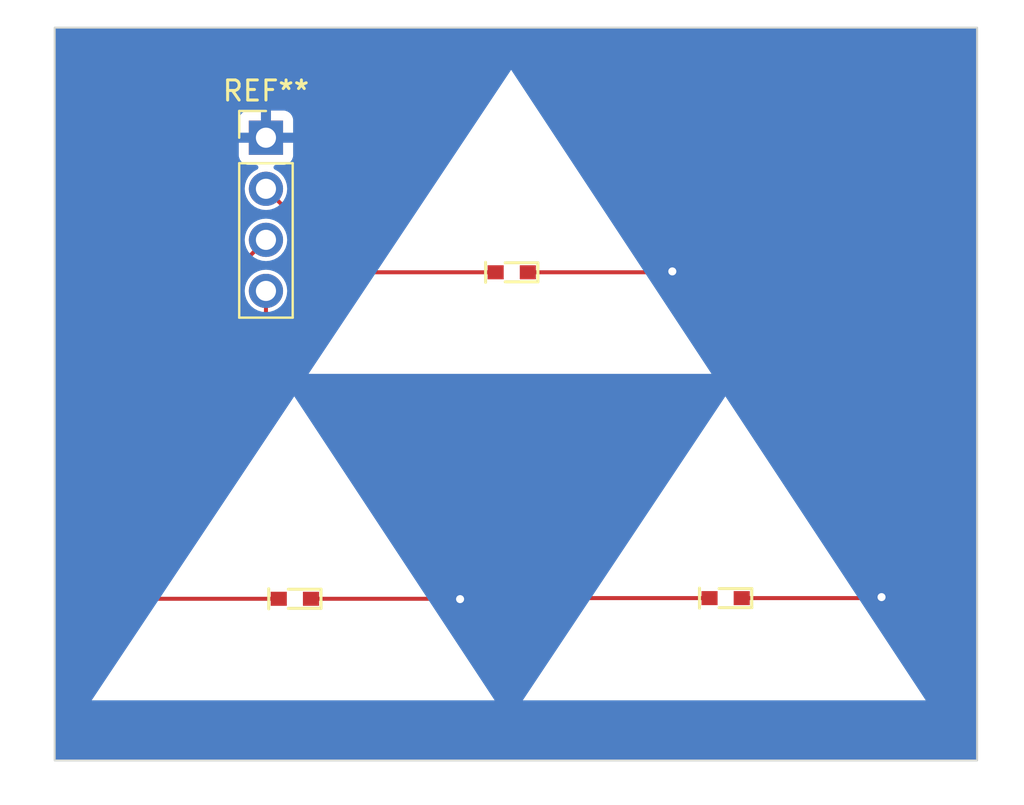
<source format=kicad_pcb>
(kicad_pcb (version 20221018) (generator pcbnew)
  (layers (0 "F.Cu" signal) (31 "B.Cu" signal) (34 "B.Paste" user) (35 "F.Paste" user) (36 "B.SilkS" user "B.Silkscreen") (37 "F.SilkS" user "F.Silkscreen") (38 "B.Mask" user) (39 "F.Mask" user) (44 "Edge.Cuts" user))
  (net 0 "")
  (net 1 "GND")
  (footprint "LED_SMD:TJ-S1706CL6T5ALC9Y-A5" (layer "F.Cu") (at 315.427647 229.118687)
    (fp_text reference "D1" hide)
    (fp_text value "LED" hide)
    (fp_line (start -0.5 -0.5) (end -0.5 0.5) (stroke (width 0.15)) (layer "F.SilkS"))
    (fp_line (start 0.475 0.475) (end 2.1 0.475) (stroke (width 0.15)) (layer "F.SilkS"))
    (fp_line (start 2.1 -0.475) (end 0.475 -0.475) (stroke (width 0.15)) (layer "F.SilkS"))
    (fp_line (start 2.1 0.475) (end 2.1 -0.475) (stroke (width 0.15)) (layer "F.SilkS"))
    (pad "1" smd rect (at 0 0) (size 0.8 0.7) (layers "F.Cu" "F.Paste" "F.Mask"))
    (pad "2" smd rect (at 1.6 0) (size 0.8 0.7) (layers "F.Cu" "F.Paste" "F.Mask") (net 1 "GND"))
  )
  (footprint "Connector_PinHeader_2.54mm:PinHeader_1x04_P2.54mm_Vertical" (layer "F.Cu") (at 314.79 206.185)
    (fp_text reference "REF**" (at 0 -2.33) (layer "F.SilkS"))
    (fp_text value "PinHeader_1x04_P2.54mm_Vertical")
    (fp_line (start -1.33 -1.33) (end 0 -1.33) (stroke (width 0.12)) (layer "F.SilkS"))
    (fp_line (start -1.33 0) (end -1.33 -1.33) (stroke (width 0.12)) (layer "F.SilkS"))
    (fp_line (start -1.33 1.27) (end -1.33 8.95) (stroke (width 0.12)) (layer "F.SilkS"))
    (fp_line (start -1.33 1.27) (end 1.33 1.27) (stroke (width 0.12)) (layer "F.SilkS"))
    (fp_line (start -1.33 8.95) (end 1.33 8.95) (stroke (width 0.12)) (layer "F.SilkS"))
    (fp_line (start 1.33 1.27) (end 1.33 8.95) (stroke (width 0.12)) (layer "F.SilkS"))
    (pad "1" thru_hole rect (at 0 0) (size 1.7 1.7) (drill 1) (layers "*.Cu" "*.Mask") (net 1 "GND"))
    (pad "2" thru_hole oval (at 0 2.54) (size 1.7 1.7) (drill 1) (layers "*.Cu" "*.Mask"))
    (pad "3" thru_hole oval (at 0 5.08) (size 1.7 1.7) (drill 1) (layers "*.Cu" "*.Mask"))
    (pad "4" thru_hole oval (at 0 7.62) (size 1.7 1.7) (drill 1) (layers "*.Cu" "*.Mask"))
  )
  (footprint "LED_SMD:TJ-S1706CL6T5ALC9Y-A5" (layer "F.Cu") (at 326.207647 212.878687)
    (fp_text reference "D1" hide)
    (fp_text value "LED" hide)
    (fp_line (start -0.5 -0.5) (end -0.5 0.5) (stroke (width 0.15)) (layer "F.SilkS"))
    (fp_line (start 0.475 0.475) (end 2.1 0.475) (stroke (width 0.15)) (layer "F.SilkS"))
    (fp_line (start 2.1 -0.475) (end 0.475 -0.475) (stroke (width 0.15)) (layer "F.SilkS"))
    (fp_line (start 2.1 0.475) (end 2.1 -0.475) (stroke (width 0.15)) (layer "F.SilkS"))
    (pad "1" smd rect (at 0 0) (size 0.8 0.7) (layers "F.Cu" "F.Paste" "F.Mask"))
    (pad "2" smd rect (at 1.6 0) (size 0.8 0.7) (layers "F.Cu" "F.Paste" "F.Mask") (net 1 "GND"))
  )
  (footprint "LED_SMD:TJ-S1706CL6T5ALC9Y-A5" (layer "F.Cu") (at 336.84 229.085)
    (fp_text reference "D1" hide)
    (fp_text value "LED" hide)
    (fp_line (start -0.5 -0.5) (end -0.5 0.5) (stroke (width 0.15)) (layer "F.SilkS"))
    (fp_line (start 0.475 0.475) (end 2.1 0.475) (stroke (width 0.15)) (layer "F.SilkS"))
    (fp_line (start 2.1 -0.475) (end 0.475 -0.475) (stroke (width 0.15)) (layer "F.SilkS"))
    (fp_line (start 2.1 0.475) (end 2.1 -0.475) (stroke (width 0.15)) (layer "F.SilkS"))
    (pad "1" smd rect (at 0 0) (size 0.8 0.7) (layers "F.Cu" "F.Paste" "F.Mask"))
    (pad "2" smd rect (at 1.6 0) (size 0.8 0.7) (layers "F.Cu" "F.Paste" "F.Mask") (net 1 "GND"))
  )
  (gr_rect (start 304.29 200.71) (end 350.14 237.16) (stroke (width 0.1)) (fill none) (layer "Edge.Cuts"))
  (segment (start 320.033687 212.878687) (end 318.74 211.585) (width 0.2) (layer "F.Cu") (net 0))
  (segment (start 336.84 229.085) (end 327.09 229.085) (width 0.2) (layer "F.Cu") (net 0))
  (segment (start 318.74 211.585) (end 317.65 211.585) (width 0.2) (layer "F.Cu") (net 0))
  (segment (start 308.24 228.185) (end 308.24 217.815) (width 0.2) (layer "F.Cu") (net 0))
  (segment (start 308.24 217.815) (end 314.79 211.265) (width 0.2) (layer "F.Cu") (net 0))
  (segment (start 326.207647 212.878687) (end 320.033687 212.878687) (width 0.2) (layer "F.Cu") (net 0))
  (segment (start 327.09 229.085) (end 314.79 216.785) (width 0.2) (layer "F.Cu") (net 0))
  (segment (start 315.427647 229.118687) (end 309.173687 229.118687) (width 0.2) (layer "F.Cu") (net 0))
  (segment (start 309.173687 229.118687) (end 308.24 228.185) (width 0.2) (layer "F.Cu") (net 0))
  (segment (start 317.65 211.585) (end 314.79 208.725) (width 0.2) (layer "F.Cu") (net 0))
  (segment (start 314.79 216.785) (end 314.79 213.805) (width 0.2) (layer "F.Cu") (net 0))
  (segment (start 345.34 229.085) (end 345.39 229.035) (width 0.2) (layer "F.Cu") (net 1))
  (segment (start 327.807647 212.878687) (end 334.946313 212.878687) (width 0.2) (layer "F.Cu") (net 1))
  (segment (start 334.946313 212.878687) (end 334.99 212.835) (width 0.2) (layer "F.Cu") (net 1))
  (segment (start 317.027647 229.118687) (end 324.423687 229.118687) (width 0.2) (layer "F.Cu") (net 1))
  (segment (start 338.44 229.085) (end 345.34 229.085) (width 0.2) (layer "F.Cu") (net 1))
  (segment (start 324.423687 229.118687) (end 324.44 229.135) (width 0.2) (layer "F.Cu") (net 1))
  (via (at 324.44 229.135) (size 0.8) (drill 0.4) (layers "F.Cu" "B.Cu") (net 1))
  (via (at 345.39 229.035) (size 0.8) (drill 0.4) (layers "F.Cu" "B.Cu") (net 1))
  (via (at 334.99 212.835) (size 0.8) (drill 0.4) (layers "F.Cu" "B.Cu") (net 1))
  (zone (net 0) (net_name "") (layer "B.Cu") (connect_pads (clearance 0)) (min_thickness 0.25)
    (keepout (tracks allowed) (vias allowed) (pads allowed) (copperpour not_allowed) (footprints allowed))
    (fill (thermal_gap 0.5) (thermal_bridge_width 0.5))
    (polygon (pts (xy 326.977647 202.808687) (xy 316.907647 217.928687) (xy 336.937647 217.928687)))
  )
  (zone (net 0) (net_name "") (layer "B.Cu") (connect_pads (clearance 0)) (min_thickness 0.25)
    (keepout (tracks allowed) (vias allowed) (pads allowed) (copperpour not_allowed) (footprints allowed))
    (fill (thermal_gap 0.5) (thermal_bridge_width 0.5))
    (polygon (pts (xy 316.197647 219.048687) (xy 306.127647 234.168687) (xy 326.157647 234.168687)))
  )
  (zone (net 1) (net_name "GND") (layer "B.Cu") (connect_pads (clearance 0)) (min_thickness 0.25) (fill yes (thermal_gap 0.5) (thermal_bridge_width 0.5))
    (polygon (pts (xy 303.09 199.335) (xy 352.49 199.635) (xy 351.64 238.385) (xy 302.34 239.385)))
  )
  (zone (net 0) (net_name "") (layer "B.Cu") (connect_pads (clearance 0)) (min_thickness 0.25)
    (keepout (tracks allowed) (vias allowed) (pads allowed) (copperpour not_allowed) (footprints allowed))
    (fill (thermal_gap 0.5) (thermal_bridge_width 0.5))
    (polygon (pts (xy 337.627647 219.048687) (xy 327.557647 234.168687) (xy 347.587647 234.168687)))
  )
)
</source>
